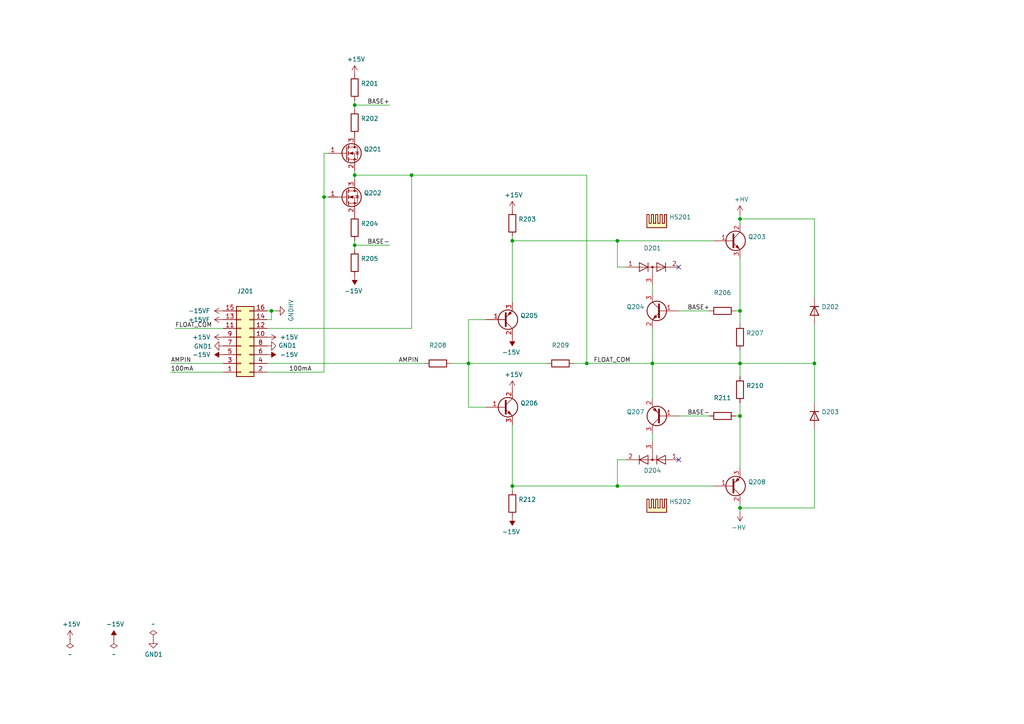
<source format=kicad_sch>
(kicad_sch (version 20211123) (generator eeschema)
  (paper "A4")
  (lib_symbols
    (symbol "Connector_Generic:Conn_02x08_Odd_Even" (pin_names (offset 1.016) hide)
      (property "Reference" "J" (at 1.27 10.16 0))
      (property "Value" "Conn_02x08_Odd_Even" (at 1.27 -12.7 0))
      (symbol "Conn_02x08_Odd_Even_1_1"
        (rectangle (start -1.27 -10.033) (end 0 -10.287) (stroke (width 0.1524)))
        (rectangle (start -1.27 -7.493) (end 0 -7.747) (stroke (width 0.1524)))
        (rectangle (start -1.27 -4.953) (end 0 -5.207) (stroke (width 0.1524)))
        (rectangle (start -1.27 -2.413) (end 0 -2.667) (stroke (width 0.1524)))
        (rectangle (start -1.27 0.127) (end 0 -0.127) (stroke (width 0.1524)))
        (rectangle (start -1.27 2.667) (end 0 2.413) (stroke (width 0.1524)))
        (rectangle (start -1.27 5.207) (end 0 4.953) (stroke (width 0.1524)))
        (rectangle (start -1.27 7.747) (end 0 7.493) (stroke (width 0.1524)))
        (rectangle (start -1.27 8.89) (end 3.81 -11.43) (stroke (width 0.254)) (fill (type background)))
        (rectangle (start 3.81 -10.033) (end 2.54 -10.287) (stroke (width 0.1524)))
        (rectangle (start 3.81 -7.493) (end 2.54 -7.747) (stroke (width 0.1524)))
        (rectangle (start 3.81 -4.953) (end 2.54 -5.207) (stroke (width 0.1524)))
        (rectangle (start 3.81 -2.413) (end 2.54 -2.667) (stroke (width 0.1524)))
        (rectangle (start 3.81 0.127) (end 2.54 -0.127) (stroke (width 0.1524)))
        (rectangle (start 3.81 2.667) (end 2.54 2.413) (stroke (width 0.1524)))
        (rectangle (start 3.81 5.207) (end 2.54 4.953) (stroke (width 0.1524)))
        (rectangle (start 3.81 7.747) (end 2.54 7.493) (stroke (width 0.1524)))
        (pin passive line (at -5.08 7.62 0) (length 3.81) (name "Pin_1") (number "1"))
        (pin passive line (at 7.62 -2.54 180) (length 3.81) (name "Pin_10") (number "10"))
        (pin passive line (at -5.08 -5.08 0) (length 3.81) (name "Pin_11") (number "11"))
        (pin passive line (at 7.62 -5.08 180) (length 3.81) (name "Pin_12") (number "12"))
        (pin passive line (at -5.08 -7.62 0) (length 3.81) (name "Pin_13") (number "13"))
        (pin passive line (at 7.62 -7.62 180) (length 3.81) (name "Pin_14") (number "14"))
        (pin passive line (at -5.08 -10.16 0) (length 3.81) (name "Pin_15") (number "15"))
        (pin passive line (at 7.62 -10.16 180) (length 3.81) (name "Pin_16") (number "16"))
        (pin passive line (at 7.62 7.62 180) (length 3.81) (name "Pin_2") (number "2"))
        (pin passive line (at -5.08 5.08 0) (length 3.81) (name "Pin_3") (number "3"))
        (pin passive line (at 7.62 5.08 180) (length 3.81) (name "Pin_4") (number "4"))
        (pin passive line (at -5.08 2.54 0) (length 3.81) (name "Pin_5") (number "5"))
        (pin passive line (at 7.62 2.54 180) (length 3.81) (name "Pin_6") (number "6"))
        (pin passive line (at -5.08 0 0) (length 3.81) (name "Pin_7") (number "7"))
        (pin passive line (at 7.62 0 180) (length 3.81) (name "Pin_8") (number "8"))
        (pin passive line (at -5.08 -2.54 0) (length 3.81) (name "Pin_9") (number "9"))
      )
    )
    (symbol "Device:D" (pin_numbers hide) (pin_names (offset 1.016) hide)
      (property "Reference" "D" (at 0 2.54 0))
      (property "Value" "D" (at 0 -2.54 0))
      (symbol "D_0_1"
        (polyline (pts (xy -1.27 1.27) (xy -1.27 -1.27)) (stroke (width 0.254)))
        (polyline (pts (xy 1.27 0) (xy -1.27 0)))
        (polyline (pts (xy 1.27 1.27) (xy 1.27 -1.27) (xy -1.27 0) (xy 1.27 1.27)) (stroke (width 0.254)))
      )
      (symbol "D_1_1"
        (pin passive line (at -3.81 0 0) (length 2.54) (name "K") (number "1"))
        (pin passive line (at 3.81 0 180) (length 2.54) (name "A") (number "2"))
      )
    )
    (symbol "Device:Q_PNP_BCE" (pin_names (offset 0) hide)
      (property "Reference" "Q" (at 5.08 1.27 0))
      (property "Value" "Q_PNP_BCE" (at 5.08 -1.27 0))
      (symbol "Q_PNP_BCE_0_1"
        (polyline (pts (xy 0.635 0.635) (xy 2.54 2.54)))
        (polyline (pts (xy 0.635 -0.635) (xy 2.54 -2.54) (xy 2.54 -2.54)))
        (polyline (pts (xy 0.635 1.905) (xy 0.635 -1.905) (xy 0.635 -1.905)) (stroke (width 0.508)))
        (polyline (pts (xy 2.286 -1.778) (xy 1.778 -2.286) (xy 1.27 -1.27) (xy 2.286 -1.778) (xy 2.286 -1.778)) (fill (type outline)))
        (circle (center 1.27 0) (radius 2.8194) (stroke (width 0.254)))
      )
      (symbol "Q_PNP_BCE_1_1"
        (pin input line (at -5.08 0 0) (length 5.715) (name "B") (number "1"))
        (pin passive line (at 2.54 5.08 270) (length 2.54) (name "C") (number "2"))
        (pin passive line (at 2.54 -5.08 90) (length 2.54) (name "E") (number "3"))
      )
    )
    (symbol "Device:R" (pin_numbers hide) (pin_names (offset 0))
      (property "Reference" "R" (at 2.032 0 90))
      (property "Value" "R" (at 0 0 90))
      (symbol "R_0_1"
        (rectangle (start -1.016 -2.54) (end 1.016 2.54) (stroke (width 0.254)))
      )
      (symbol "R_1_1"
        (pin passive line (at 0 3.81 270) (length 1.27) (name "~") (number "1"))
        (pin passive line (at 0 -3.81 90) (length 1.27) (name "~") (number "2"))
      )
    )
    (symbol "Diode:BAV99" (pin_names hide)
      (property "Reference" "D" (at 0 5.08 0))
      (property "Value" "BAV99" (at 0 2.54 0))
      (symbol "BAV99_0_1"
        (polyline (pts (xy -5.08 0) (xy 5.08 0)))
      )
      (symbol "BAV99_1_1"
        (polyline (pts (xy 0 0) (xy 0 -2.54)))
        (polyline (pts (xy -1.27 -1.27) (xy -1.27 1.27) (xy -1.27 1.27)) (stroke (width 0.2032)))
        (polyline (pts (xy 3.81 1.27) (xy 3.81 -1.27) (xy 3.81 -1.27)) (stroke (width 0.2032)))
        (polyline (pts (xy -3.81 1.27) (xy -1.27 0) (xy -3.81 -1.27) (xy -3.81 1.27) (xy -3.81 1.27) (xy -3.81 1.27)) (stroke (width 0.2032)))
        (polyline (pts (xy 1.27 1.27) (xy 3.81 0) (xy 1.27 -1.27) (xy 1.27 1.27) (xy 1.27 1.27) (xy 1.27 1.27)) (stroke (width 0.2032)))
        (circle (center 0 0) (radius 0.254) (fill (type outline)))
        (pin passive line (at -7.62 0 0) (length 2.54) (name "K") (number "1"))
        (pin passive line (at 7.62 0 180) (length 2.54) (name "A") (number "2"))
        (pin passive line (at 0 -5.08 90) (length 2.54) (name "K") (number "3"))
      )
    )
    (symbol "ETH1CSMU1:+15VF" (power) (pin_names (offset 0))
      (property "Value" "+15VF" (at 0 3.556 0))
      (symbol "+15VF_0_1"
        (polyline (pts (xy -0.762 1.27) (xy 0 2.54)))
        (polyline (pts (xy 0 0) (xy 0 2.54)))
        (polyline (pts (xy 0 2.54) (xy 0.762 1.27)))
      )
      (symbol "+15VF_1_1"
        (pin power_in line (at 0 0 90) (length 0) hide (name "+15VF") (number "1"))
      )
    )
    (symbol "ETH1CSMU1:+HV" (power) (pin_names (offset 0))
      (property "Value" "+HV" (at 0 3.556 0))
      (symbol "+HV_0_1"
        (polyline (pts (xy -0.762 1.27) (xy 0 2.54)))
        (polyline (pts (xy 0 0) (xy 0 2.54)))
        (polyline (pts (xy 0 2.54) (xy 0.762 1.27)))
      )
      (symbol "+HV_1_1"
        (pin power_in line (at 0 0 90) (length 0) hide (name "+HV") (number "1"))
      )
    )
    (symbol "ETH1CSMU1:-15VF" (power) (pin_names (offset 0))
      (property "Value" "-15VF" (at 0 3.556 0))
      (symbol "-15VF_0_1"
        (polyline (pts (xy -0.762 1.27) (xy 0 2.54)))
        (polyline (pts (xy 0 0) (xy 0 2.54)))
        (polyline (pts (xy 0 2.54) (xy 0.762 1.27)))
      )
      (symbol "-15VF_1_1"
        (pin power_in line (at 0 0 90) (length 0) hide (name "-15VF") (number "1"))
      )
    )
    (symbol "ETH1CSMU1:-HV" (power) (pin_names (offset 0))
      (property "Value" "-HV" (at 0 3.556 0))
      (symbol "-HV_0_1"
        (polyline (pts (xy -0.762 1.27) (xy 0 2.54)))
        (polyline (pts (xy 0 0) (xy 0 2.54)))
        (polyline (pts (xy 0 2.54) (xy 0.762 1.27)))
      )
      (symbol "-HV_1_1"
        (pin power_in line (at 0 0 90) (length 0) hide (name "-HV") (number "1"))
      )
    )
    (symbol "ETH1CSMU1:GNDHV" (power) (pin_names (offset 0))
      (property "Value" "GNDHV" (at 0 -3.81 0))
      (symbol "GNDHV_0_1"
        (polyline (pts (xy 0 0) (xy 0 -1.27) (xy 1.27 -1.27) (xy 0 -2.54) (xy -1.27 -1.27) (xy 0 -1.27)))
      )
      (symbol "GNDHV_1_1"
        (pin power_in line (at 0 0 270) (length 0) hide (name "GNDHV") (number "1"))
      )
    )
    (symbol "Mechanical:Heatsink" (pin_names (offset 1.016))
      (property "Reference" "HS" (at 0 5.08 0))
      (property "Value" "Heatsink" (at 0 -1.27 0))
      (symbol "Heatsink_0_1"
        (polyline (pts (xy -0.3302 1.27) (xy -0.9652 1.27) (xy -0.9652 3.81) (xy -1.6002 3.81) (xy -1.6002 1.27) (xy -2.2352 1.27) (xy -2.2352 3.81) (xy -2.8702 3.81) (xy -2.8702 0) (xy -0.9652 0)) (stroke (width 0.254)) (fill (type background)))
        (polyline (pts (xy -0.3302 1.27) (xy -0.3302 3.81) (xy 0.3048 3.81) (xy 0.3048 1.27) (xy 0.9398 1.27) (xy 0.9398 3.81) (xy 1.5748 3.81) (xy 1.5748 1.27) (xy 2.2098 1.27) (xy 2.2098 3.81) (xy 2.8448 3.81) (xy 2.8448 0) (xy -0.9652 0)) (stroke (width 0.254)) (fill (type background)))
      )
    )
    (symbol "Transistor_BJT:MMBT3904" (pin_names (offset 0) hide)
      (property "Reference" "Q" (at 5.08 1.905 0))
      (property "Value" "MMBT3904" (at 5.08 0 0))
      (symbol "MMBT3904_0_1"
        (polyline (pts (xy 0.635 0.635) (xy 2.54 2.54)))
        (polyline (pts (xy 0.635 -0.635) (xy 2.54 -2.54) (xy 2.54 -2.54)))
        (polyline (pts (xy 0.635 1.905) (xy 0.635 -1.905) (xy 0.635 -1.905)) (stroke (width 0.508)))
        (polyline (pts (xy 1.27 -1.778) (xy 1.778 -1.27) (xy 2.286 -2.286) (xy 1.27 -1.778) (xy 1.27 -1.778)) (fill (type outline)))
        (circle (center 1.27 0) (radius 2.8194) (stroke (width 0.254)))
      )
      (symbol "MMBT3904_1_1"
        (pin input line (at -5.08 0 0) (length 5.715) (name "B") (number "1"))
        (pin passive line (at 2.54 -5.08 90) (length 2.54) (name "E") (number "2"))
        (pin passive line (at 2.54 5.08 270) (length 2.54) (name "C") (number "3"))
      )
    )
    (symbol "Transistor_BJT:MMBT3906" (pin_names (offset 0) hide)
      (property "Reference" "Q" (at 5.08 1.905 0))
      (property "Value" "MMBT3906" (at 5.08 0 0))
      (symbol "MMBT3906_0_1"
        (polyline (pts (xy 0.635 0.635) (xy 2.54 2.54)))
        (polyline (pts (xy 0.635 -0.635) (xy 2.54 -2.54) (xy 2.54 -2.54)))
        (polyline (pts (xy 0.635 1.905) (xy 0.635 -1.905) (xy 0.635 -1.905)) (stroke (width 0.508)))
        (polyline (pts (xy 2.286 -1.778) (xy 1.778 -2.286) (xy 1.27 -1.27) (xy 2.286 -1.778) (xy 2.286 -1.778)) (fill (type outline)))
        (circle (center 1.27 0) (radius 2.8194) (stroke (width 0.254)))
      )
      (symbol "MMBT3906_1_1"
        (pin input line (at -5.08 0 0) (length 5.715) (name "B") (number "1"))
        (pin passive line (at 2.54 -5.08 90) (length 2.54) (name "E") (number "2"))
        (pin passive line (at 2.54 5.08 270) (length 2.54) (name "C") (number "3"))
      )
    )
    (symbol "Transistor_BJT:PZT2222A" (pin_names (offset 0) hide)
      (property "Reference" "Q" (at 5.08 1.905 0))
      (property "Value" "PZT2222A" (at 5.08 0 0))
      (symbol "PZT2222A_0_1"
        (polyline (pts (xy 0 0) (xy 0.635 0)))
        (polyline (pts (xy 2.54 -2.54) (xy 0.635 -0.635)))
        (polyline (pts (xy 2.54 2.54) (xy 0.635 0.635)))
        (polyline (pts (xy 0.635 1.905) (xy 0.635 -1.905) (xy 0.635 -1.905)) (stroke (width 0.508)))
        (polyline (pts (xy 2.286 -2.286) (xy 1.778 -1.778) (xy 1.778 -1.778)))
        (polyline (pts (xy 1.143 -1.651) (xy 1.651 -1.143) (xy 2.159 -2.159) (xy 1.143 -1.651) (xy 1.143 -1.651)) (fill (type outline)))
        (circle (center 1.27 0) (radius 2.8194) (stroke (width 0.254)))
      )
      (symbol "PZT2222A_1_1"
        (pin input line (at -5.08 0 0) (length 5.08) (name "B") (number "1"))
        (pin passive line (at 2.54 5.08 270) (length 2.54) (name "C") (number "2"))
        (pin passive line (at 2.54 -5.08 90) (length 2.54) (name "E") (number "3"))
      )
    )
    (symbol "Transistor_BJT:TIP41C" (pin_names (offset 0) hide)
      (property "Reference" "Q" (at 6.35 1.905 0))
      (property "Value" "TIP41C" (at 6.35 0 0))
      (symbol "TIP41C_0_1"
        (polyline (pts (xy 0.635 0.635) (xy 2.54 2.54)))
        (polyline (pts (xy 0.635 -0.635) (xy 2.54 -2.54) (xy 2.54 -2.54)))
        (polyline (pts (xy 0.635 1.905) (xy 0.635 -1.905) (xy 0.635 -1.905)) (stroke (width 0.508)))
        (polyline (pts (xy 1.27 -1.778) (xy 1.778 -1.27) (xy 2.286 -2.286) (xy 1.27 -1.778) (xy 1.27 -1.778)) (fill (type outline)))
        (circle (center 1.27 0) (radius 2.8194) (stroke (width 0.254)))
      )
      (symbol "TIP41C_1_1"
        (pin input line (at -5.08 0 0) (length 5.715) (name "B") (number "1"))
        (pin passive line (at 2.54 5.08 270) (length 2.54) (name "C") (number "2"))
        (pin passive line (at 2.54 -5.08 90) (length 2.54) (name "E") (number "3"))
      )
    )
    (symbol "Transistor_BJT:TIP42C" (pin_names (offset 0) hide)
      (property "Reference" "Q" (at 6.35 1.905 0))
      (property "Value" "TIP42C" (at 6.35 0 0))
      (symbol "TIP42C_0_1"
        (polyline (pts (xy 0.635 0.635) (xy 2.54 2.54)))
        (polyline (pts (xy 0.635 -0.635) (xy 2.54 -2.54) (xy 2.54 -2.54)))
        (polyline (pts (xy 0.635 1.905) (xy 0.635 -1.905) (xy 0.635 -1.905)) (stroke (width 0.508)))
        (polyline (pts (xy 2.286 -1.778) (xy 1.778 -2.286) (xy 1.27 -1.27) (xy 2.286 -1.778) (xy 2.286 -1.778)) (fill (type outline)))
        (circle (center 1.27 0) (radius 2.8194) (stroke (width 0.254)))
      )
      (symbol "TIP42C_1_1"
        (pin input line (at -5.08 0 0) (length 5.715) (name "B") (number "1"))
        (pin passive line (at 2.54 5.08 270) (length 2.54) (name "C") (number "2"))
        (pin passive line (at 2.54 -5.08 90) (length 2.54) (name "E") (number "3"))
      )
    )
    (symbol "Transistor_FET:2N7002" (pin_names hide)
      (property "Reference" "Q" (at 5.08 1.905 0))
      (property "Value" "2N7002" (at 5.08 0 0))
      (symbol "2N7002_0_1"
        (polyline (pts (xy 0.254 0) (xy -2.54 0)))
        (polyline (pts (xy 0.254 1.905) (xy 0.254 -1.905)) (stroke (width 0.254)))
        (polyline (pts (xy 0.762 -1.27) (xy 0.762 -2.286)) (stroke (width 0.254)))
        (polyline (pts (xy 0.762 0.508) (xy 0.762 -0.508)) (stroke (width 0.254)))
        (polyline (pts (xy 0.762 2.286) (xy 0.762 1.27)) (stroke (width 0.254)))
        (polyline (pts (xy 2.54 2.54) (xy 2.54 1.778)))
        (polyline (pts (xy 2.54 -2.54) (xy 2.54 0) (xy 0.762 0)))
        (polyline (pts (xy 0.762 -1.778) (xy 3.302 -1.778) (xy 3.302 1.778) (xy 0.762 1.778)))
        (polyline (pts (xy 1.016 0) (xy 2.032 0.381) (xy 2.032 -0.381) (xy 1.016 0)) (fill (type outline)))
        (polyline (pts (xy 2.794 0.508) (xy 2.921 0.381) (xy 3.683 0.381) (xy 3.81 0.254)))
        (polyline (pts (xy 3.302 0.381) (xy 2.921 -0.254) (xy 3.683 -0.254) (xy 3.302 0.381)))
        (circle (center 1.651 0) (radius 2.794) (stroke (width 0.254)))
        (circle (center 2.54 -1.778) (radius 0.254) (fill (type outline)))
        (circle (center 2.54 1.778) (radius 0.254) (fill (type outline)))
      )
      (symbol "2N7002_1_1"
        (pin input line (at -5.08 0 0) (length 2.54) (name "G") (number "1"))
        (pin passive line (at 2.54 -5.08 90) (length 2.54) (name "S") (number "2"))
        (pin passive line (at 2.54 5.08 270) (length 2.54) (name "D") (number "3"))
      )
    )
    (symbol "power:+15V" (power) (pin_names (offset 0))
      (property "Value" "+15V" (at 0 3.556 0))
      (symbol "+15V_0_1"
        (polyline (pts (xy -0.762 1.27) (xy 0 2.54)))
        (polyline (pts (xy 0 0) (xy 0 2.54)))
        (polyline (pts (xy 0 2.54) (xy 0.762 1.27)))
      )
      (symbol "+15V_1_1"
        (pin power_in line (at 0 0 90) (length 0) hide (name "+15V") (number "1"))
      )
    )
    (symbol "power:-15V" (power) (pin_names (offset 0))
      (property "Value" "-15V" (at 0 3.81 0))
      (symbol "-15V_0_0"
        (pin power_in line (at 0 0 90) (length 0) hide (name "-15V") (number "1"))
      )
      (symbol "-15V_0_1"
        (polyline (pts (xy 0 0) (xy 0 1.27) (xy 0.762 1.27) (xy 0 2.54) (xy -0.762 1.27) (xy 0 1.27)) (fill (type outline)))
      )
    )
    (symbol "power:GND1" (power) (pin_names (offset 0))
      (property "Value" "GND1" (at 0 -3.81 0))
      (symbol "GND1_0_1"
        (polyline (pts (xy 0 0) (xy 0 -1.27) (xy 1.27 -1.27) (xy 0 -2.54) (xy -1.27 -1.27) (xy 0 -1.27)))
      )
      (symbol "GND1_1_1"
        (pin power_in line (at 0 0 270) (length 0) hide (name "GND1") (number "1"))
      )
    )
    (symbol "power:PWR_FLAG" (power) (pin_numbers hide) (pin_names (offset 0) hide)
      (property "Value" "PWR_FLAG" (at 0 3.81 0))
      (symbol "PWR_FLAG_0_0"
        (pin power_out line (at 0 0 90) (length 0) (name "pwr") (number "1"))
      )
      (symbol "PWR_FLAG_0_1"
        (polyline (pts (xy 0 0) (xy 0 1.27) (xy -1.016 1.905) (xy 0 2.54) (xy 1.016 1.905) (xy 0 1.27)))
      )
    )
  )
  (junction (at 148.59 140.97))
  (junction (at 119.38 50.8))
  (junction (at 102.87 71.12))
  (junction (at 214.63 105.41))
  (junction (at 236.22 105.41))
  (junction (at 189.23 105.41))
  (junction (at 179.07 140.97))
  (junction (at 102.87 50.8))
  (junction (at 170.18 105.41))
  (junction (at 135.89 105.41))
  (junction (at 148.59 69.85))
  (junction (at 179.07 69.85))
  (junction (at 102.87 30.48))
  (junction (at 214.63 120.65))
  (junction (at 93.98 57.15))
  (junction (at 214.63 90.17))
  (junction (at 214.63 63.5))
  (junction (at 78.74 90.17))
  (junction (at 214.63 147.32))
  (no_connect (at 196.85 77.47))
  (no_connect (at 196.85 133.35))
  (wire (pts (xy 207.01 69.85) (xy 179.07 69.85)))
  (wire (pts (xy 95.25 57.15) (xy 93.98 57.15)))
  (wire (pts (xy 102.87 71.12) (xy 113.03 71.12)))
  (wire (pts (xy 196.85 90.17) (xy 205.74 90.17)))
  (wire (pts (xy 148.59 68.58) (xy 148.59 69.85)))
  (wire (pts (xy 102.87 30.48) (xy 102.87 31.75)))
  (wire (pts (xy 170.18 105.41) (xy 189.23 105.41)))
  (wire (pts (xy 77.47 105.41) (xy 123.19 105.41)))
  (wire (pts (xy 64.77 105.41) (xy 49.53 105.41)))
  (wire (pts (xy 214.63 147.32) (xy 214.63 148.59)))
  (wire (pts (xy 214.63 146.05) (xy 214.63 147.32)))
  (wire (pts (xy 49.53 107.95) (xy 64.77 107.95)))
  (wire (pts (xy 181.61 133.35) (xy 179.07 133.35)))
  (wire (pts (xy 214.63 93.98) (xy 214.63 90.17)))
  (wire (pts (xy 214.63 105.41) (xy 236.22 105.41)))
  (wire (pts (xy 135.89 92.71) (xy 135.89 105.41)))
  (wire (pts (xy 93.98 44.45) (xy 93.98 57.15)))
  (wire (pts (xy 50.8 95.25) (xy 64.77 95.25)))
  (wire (pts (xy 214.63 120.65) (xy 213.36 120.65)))
  (wire (pts (xy 214.63 147.32) (xy 236.22 147.32)))
  (wire (pts (xy 119.38 95.25) (xy 119.38 50.8)))
  (wire (pts (xy 77.47 95.25) (xy 119.38 95.25)))
  (wire (pts (xy 166.37 105.41) (xy 170.18 105.41)))
  (wire (pts (xy 214.63 109.22) (xy 214.63 105.41)))
  (wire (pts (xy 170.18 50.8) (xy 119.38 50.8)))
  (wire (pts (xy 148.59 140.97) (xy 148.59 142.24)))
  (wire (pts (xy 77.47 90.17) (xy 78.74 90.17)))
  (wire (pts (xy 181.61 77.47) (xy 179.07 77.47)))
  (wire (pts (xy 102.87 69.85) (xy 102.87 71.12)))
  (wire (pts (xy 189.23 128.27) (xy 189.23 125.73)))
  (wire (pts (xy 148.59 123.19) (xy 148.59 140.97)))
  (wire (pts (xy 189.23 105.41) (xy 214.63 105.41)))
  (wire (pts (xy 214.63 101.6) (xy 214.63 105.41)))
  (wire (pts (xy 214.63 62.23) (xy 214.63 63.5)))
  (wire (pts (xy 189.23 115.57) (xy 189.23 105.41)))
  (wire (pts (xy 135.89 105.41) (xy 130.81 105.41)))
  (wire (pts (xy 102.87 71.12) (xy 102.87 72.39)))
  (wire (pts (xy 140.97 118.11) (xy 135.89 118.11)))
  (wire (pts (xy 214.63 116.84) (xy 214.63 120.65)))
  (wire (pts (xy 102.87 30.48) (xy 113.03 30.48)))
  (wire (pts (xy 236.22 147.32) (xy 236.22 124.46)))
  (wire (pts (xy 93.98 57.15) (xy 93.98 107.95)))
  (wire (pts (xy 93.98 44.45) (xy 95.25 44.45)))
  (wire (pts (xy 179.07 77.47) (xy 179.07 69.85)))
  (wire (pts (xy 189.23 95.25) (xy 189.23 105.41)))
  (wire (pts (xy 196.85 120.65) (xy 205.74 120.65)))
  (wire (pts (xy 80.01 90.17) (xy 78.74 90.17)))
  (wire (pts (xy 236.22 116.84) (xy 236.22 105.41)))
  (wire (pts (xy 236.22 63.5) (xy 214.63 63.5)))
  (wire (pts (xy 179.07 140.97) (xy 148.59 140.97)))
  (wire (pts (xy 236.22 105.41) (xy 236.22 93.98)))
  (wire (pts (xy 148.59 69.85) (xy 148.59 87.63)))
  (wire (pts (xy 236.22 86.36) (xy 236.22 63.5)))
  (wire (pts (xy 77.47 107.95) (xy 93.98 107.95)))
  (wire (pts (xy 189.23 82.55) (xy 189.23 85.09)))
  (wire (pts (xy 119.38 50.8) (xy 102.87 50.8)))
  (wire (pts (xy 214.63 90.17) (xy 213.36 90.17)))
  (wire (pts (xy 179.07 133.35) (xy 179.07 140.97)))
  (wire (pts (xy 78.74 92.71) (xy 77.47 92.71)))
  (wire (pts (xy 140.97 92.71) (xy 135.89 92.71)))
  (wire (pts (xy 214.63 120.65) (xy 214.63 135.89)))
  (wire (pts (xy 214.63 74.93) (xy 214.63 90.17)))
  (wire (pts (xy 102.87 50.8) (xy 102.87 49.53)))
  (wire (pts (xy 102.87 29.21) (xy 102.87 30.48)))
  (wire (pts (xy 179.07 69.85) (xy 148.59 69.85)))
  (wire (pts (xy 78.74 90.17) (xy 78.74 92.71)))
  (wire (pts (xy 214.63 63.5) (xy 214.63 64.77)))
  (wire (pts (xy 207.01 140.97) (xy 179.07 140.97)))
  (wire (pts (xy 170.18 105.41) (xy 170.18 50.8)))
  (wire (pts (xy 135.89 105.41) (xy 158.75 105.41)))
  (wire (pts (xy 102.87 52.07) (xy 102.87 50.8)))
  (wire (pts (xy 135.89 118.11) (xy 135.89 105.41)))
  (label "100mA" (at 83.82 107.95 0))
  (label "AMPIN" (at 115.57 105.41 0))
  (label "AMPIN" (at 49.53 105.41 0))
  (label "FLOAT_COM" (at 182.88 105.41 180))
  (label "BASE-" (at 199.39 120.65 0))
  (label "100mA" (at 49.53 107.95 0))
  (label "BASE-" (at 113.03 71.12 180))
  (label "BASE+" (at 199.39 90.17 0))
  (label "FLOAT_COM" (at 50.8 95.25 0))
  (label "BASE+" (at 113.03 30.48 180))
  (symbol (lib_id "Device:R") (at 127 105.41 270) (unit 1)
    (property "Reference" "R208" (at 127 100.1522 90))
  )
  (symbol (lib_id "Device:Q_PNP_BCE") (at 146.05 92.71 0) (mirror x) (unit 1)
    (property "Reference" "Q205" (at 150.9014 91.5416 0) (effects (justify left)))
    (property "Datasheet" "https://assets.nexperia.com/documents/data-sheet/PZT2907A.pdf" (effects hide))
  )
  (symbol (lib_id "power:-15V") (at 148.59 97.79 180) (unit 1)
    (property "Reference" "#PWR0210" (effects hide))
  )
  (symbol (lib_id "Device:R") (at 148.59 64.77 0) (unit 1)
    (property "Reference" "R203" (at 150.368 63.6016 0) (effects (justify left)))
  )
  (symbol (lib_id "power:+15V") (at 148.59 60.96 0) (unit 1)
    (property "Reference" "#PWR0202" (effects hide))
  )
  (symbol (lib_id "Transistor_BJT:PZT2222A") (at 146.05 118.11 0) (unit 1)
    (property "Reference" "Q206" (at 150.9014 116.9416 0) (effects (justify left)))
    (property "Datasheet" "https://www.onsemi.com/pub/Collateral/PN2222-D.PDF" (effects hide))
  )
  (symbol (lib_id "Device:R") (at 148.59 146.05 0) (unit 1)
    (property "Reference" "R212" (at 150.368 144.8816 0) (effects (justify left)))
  )
  (symbol (lib_id "power:+15V") (at 148.59 113.03 0) (unit 1)
    (property "Reference" "#PWR0215" (effects hide))
  )
  (symbol (lib_id "power:-15V") (at 148.59 149.86 180) (unit 1)
    (property "Reference" "#PWR0217" (effects hide))
  )
  (symbol (lib_id "Device:R") (at 162.56 105.41 270) (unit 1)
    (property "Reference" "R209" (at 162.56 100.1522 90))
  )
  (symbol (lib_id "Transistor_BJT:MMBT3904") (at 191.77 90.17 0) (mirror y) (unit 1)
    (property "Reference" "Q204" (at 186.9186 89.0016 0) (effects (justify left)))
    (property "Datasheet" "https://www.onsemi.com/pub/Collateral/2N3903-D.PDF" (effects hide))
  )
  (symbol (lib_id "Device:R") (at 102.87 66.04 0) (unit 1)
    (property "Reference" "R204" (at 104.648 64.8716 0) (effects (justify left)))
  )
  (symbol (lib_id "Diode:BAV99") (at 189.23 77.47 0) (unit 1)
    (property "Reference" "D201" (at 189.23 71.9836 0))
    (property "Datasheet" "https://assets.nexperia.com/documents/data-sheet/BAV99_SER.pdf" (effects hide))
  )
  (symbol (lib_id "Device:R") (at 209.55 90.17 270) (unit 1)
    (property "Reference" "R206" (at 209.55 84.9122 90))
  )
  (symbol (lib_id "Device:R") (at 214.63 97.79 0) (unit 1)
    (property "Reference" "R207" (at 216.408 96.6216 0) (effects (justify left)))
  )
  (symbol (lib_id "Transistor_BJT:MMBT3906") (at 191.77 120.65 180) (unit 1)
    (property "Reference" "Q207" (at 186.9186 119.4816 0) (effects (justify left)))
    (property "Datasheet" "https://www.onsemi.com/pub/Collateral/2N3906-D.PDF" (effects hide))
  )
  (symbol (lib_id "Diode:BAV99") (at 189.23 133.35 180) (unit 1)
    (property "Reference" "D204" (at 189.23 136.4742 0))
    (property "Datasheet" "https://assets.nexperia.com/documents/data-sheet/BAV99_SER.pdf" (effects hide))
  )
  (symbol (lib_id "ETH1CSMU1:+HV") (at 214.63 62.23 0) (unit 1)
    (property "Reference" "#PWR0203" (effects hide))
  )
  (symbol (lib_id "Device:D") (at 236.22 90.17 270) (unit 1)
    (property "Reference" "D202" (at 238.252 89.0016 90) (effects (justify left)))
  )
  (symbol (lib_id "Transistor_BJT:TIP42C") (at 212.09 140.97 0) (mirror x) (unit 1)
    (property "Reference" "Q208" (at 216.9414 139.8016 0) (effects (justify left)))
    (property "Datasheet" "https://www.centralsemi.com/get_document.php?cmp=1&mergetype=pd&mergepath=pd&pdf_id=TIP42.PDF" (effects hide))
  )
  (symbol (lib_id "Transistor_BJT:TIP41C") (at 212.09 69.85 0) (unit 1)
    (property "Reference" "Q203" (at 216.9414 68.6816 0) (effects (justify left)))
    (property "Datasheet" "https://www.centralsemi.com/get_document.php?cmp=1&mergetype=pd&mergepath=pd&pdf_id=tip41.PDF" (effects hide))
  )
  (symbol (lib_id "ETH1CSMU1:-HV") (at 214.63 148.59 180) (unit 1)
    (property "Reference" "#PWR0216" (effects hide))
  )
  (symbol (lib_id "Device:D") (at 236.22 120.65 270) (unit 1)
    (property "Reference" "D203" (at 238.252 119.4816 90) (effects (justify left)))
  )
  (symbol (lib_id "Device:R") (at 102.87 35.56 0) (unit 1)
    (property "Reference" "R202" (at 104.648 34.3916 0) (effects (justify left)))
  )
  (symbol (lib_id "Device:R") (at 214.63 113.03 0) (unit 1)
    (property "Reference" "R210" (at 216.408 111.8616 0) (effects (justify left)))
  )
  (symbol (lib_id "Device:R") (at 209.55 120.65 270) (unit 1)
    (property "Reference" "R211" (at 209.55 115.3922 90))
  )
  (symbol (lib_id "Mechanical:Heatsink") (at 190.5 148.59 0) (unit 1)
    (property "Reference" "HS202" (at 194.1068 145.5166 0) (effects (justify left)))
  )
  (symbol (lib_id "Mechanical:Heatsink") (at 190.5 66.04 0) (unit 1)
    (property "Reference" "HS201" (at 194.1068 62.9666 0) (effects (justify left)))
  )
  (symbol (lib_id "Transistor_FET:2N7002") (at 100.33 44.45 0) (unit 1)
    (property "Reference" "Q201" (at 105.5116 43.2816 0) (effects (justify left)))
    (property "Datasheet" "https://www.onsemi.com/pub/Collateral/NDS7002A-D.PDF" (effects hide))
  )
  (symbol (lib_id "Transistor_FET:2N7002") (at 100.33 57.15 0) (unit 1)
    (property "Reference" "Q202" (at 105.5116 55.9816 0) (effects (justify left)))
    (property "Datasheet" "https://www.onsemi.com/pub/Collateral/NDS7002A-D.PDF" (effects hide))
  )
  (symbol (lib_id "Device:R") (at 102.87 76.2 0) (unit 1)
    (property "Reference" "R205" (at 104.648 75.0316 0) (effects (justify left)))
  )
  (symbol (lib_id "Device:R") (at 102.87 25.4 0) (unit 1)
    (property "Reference" "R201" (at 104.648 24.2316 0) (effects (justify left)))
  )
  (symbol (lib_id "power:-15V") (at 102.87 80.01 180) (unit 1)
    (property "Reference" "#PWR0204" (effects hide))
  )
  (symbol (lib_id "power:+15V") (at 102.87 21.59 0) (unit 1)
    (property "Reference" "#PWR0201" (effects hide))
  )
  (symbol (lib_id "power:-15V") (at 77.47 102.87 270) (unit 1)
    (property "Reference" "#PWR0214" (effects hide))
  )
  (symbol (lib_id "power:-15V") (at 64.77 102.87 90) (unit 1)
    (property "Reference" "#PWR0213" (effects hide))
  )
  (symbol (lib_id "power:+15V") (at 77.47 97.79 270) (unit 1)
    (property "Reference" "#PWR0209" (effects hide))
  )
  (symbol (lib_id "power:+15V") (at 64.77 97.79 90) (unit 1)
    (property "Reference" "#PWR0208" (effects hide))
  )
  (symbol (lib_id "power:+15V") (at 20.32 185.42 0) (unit 1)
    (property "Reference" "#PWR0218" (effects hide))
  )
  (symbol (lib_id "power:-15V") (at 33.02 185.42 0) (unit 1)
    (property "Reference" "#PWR0219" (effects hide))
  )
  (symbol (lib_id "power:PWR_FLAG") (at 20.32 185.42 180) (unit 1)
    (property "Reference" "#FLG0201" (effects hide))
  )
  (symbol (lib_id "power:PWR_FLAG") (at 33.02 185.42 180) (unit 1)
    (property "Reference" "#FLG0202" (effects hide))
  )
  (symbol (lib_id "ETH1CSMU1:GNDHV") (at 80.01 90.17 90) (unit 1)
    (property "Reference" "#PWR?" (effects hide))
  )
  (symbol (lib_id "ETH1CSMU1:-15VF") (at 64.77 90.17 90) (mirror x) (unit 1)
    (property "Reference" "#PWR?" (effects hide))
  )
  (symbol (lib_id "ETH1CSMU1:+15VF") (at 64.77 92.71 90) (mirror x) (unit 1)
    (property "Reference" "#PWR?" (effects hide))
  )
  (symbol (lib_id "Connector_Generic:Conn_02x08_Odd_Even") (at 69.85 100.33 0) (mirror x) (unit 1)
    (property "Reference" "J201" (at 71.12 84.455 0))
  )
  (symbol (lib_id "power:GND1") (at 64.77 100.33 270) (unit 1)
    (property "Reference" "#PWR0211" (effects hide))
  )
  (symbol (lib_id "power:GND1") (at 77.47 100.33 90) (unit 1)
    (property "Reference" "#PWR0212" (effects hide))
  )
  (symbol (lib_id "power:GND1") (at 44.45 185.42 0) (unit 1)
    (property "Reference" "#PWR0220" (effects hide))
  )
  (symbol (lib_id "power:PWR_FLAG") (at 44.45 185.42 0) (unit 1)
    (property "Reference" "#FLG0203" (effects hide))
  )
)
</source>
